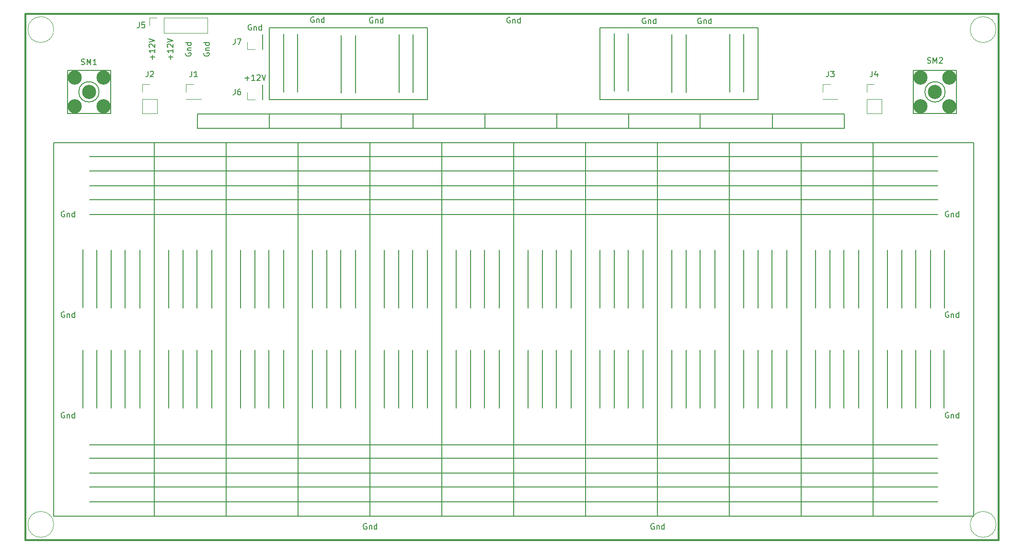
<source format=gbr>
%TF.GenerationSoftware,KiCad,Pcbnew,6.0.11-2627ca5db0~126~ubuntu22.04.1*%
%TF.CreationDate,2023-03-26T13:10:57+01:00*%
%TF.ProjectId,PROTO2_PCB,50524f54-4f32-45f5-9043-422e6b696361,rev?*%
%TF.SameCoordinates,Original*%
%TF.FileFunction,Legend,Top*%
%TF.FilePolarity,Positive*%
%FSLAX46Y46*%
G04 Gerber Fmt 4.6, Leading zero omitted, Abs format (unit mm)*
G04 Created by KiCad (PCBNEW 6.0.11-2627ca5db0~126~ubuntu22.04.1) date 2023-03-26 13:10:57*
%MOMM*%
%LPD*%
G01*
G04 APERTURE LIST*
%ADD10C,0.150000*%
%ADD11C,0.300000*%
%ADD12C,0.120000*%
%ADD13C,2.500000*%
G04 APERTURE END LIST*
D10*
X110500000Y-114200000D02*
X110500000Y-124400000D01*
X113000000Y-114200000D02*
X113000000Y-124400000D01*
X181600000Y-96500000D02*
X181600000Y-106700000D01*
X77400000Y-96500000D02*
X77400000Y-106700000D01*
X71100000Y-141000000D02*
X221000000Y-141000000D01*
X214600000Y-96500000D02*
X214600000Y-106700000D01*
X148600000Y-114200000D02*
X148600000Y-124400000D01*
X133350000Y-77470000D02*
X146050000Y-77470000D01*
X146050000Y-77470000D02*
X146050000Y-143510000D01*
X146050000Y-143510000D02*
X133350000Y-143510000D01*
X133350000Y-143510000D02*
X133350000Y-77470000D01*
X186700000Y-114200000D02*
X186700000Y-124400000D01*
X118100000Y-58500000D02*
X118100000Y-68700000D01*
X138400000Y-96500000D02*
X138400000Y-106700000D01*
X71100000Y-87600000D02*
X221000000Y-87600000D01*
X153600000Y-96500000D02*
X153600000Y-106700000D01*
X140900000Y-96500000D02*
X140900000Y-106700000D01*
X90100000Y-96500000D02*
X90100000Y-106700000D01*
X161300000Y-96500000D02*
X161300000Y-106700000D01*
X71100000Y-138400000D02*
X221000000Y-138400000D01*
X74900000Y-96500000D02*
X74900000Y-106700000D01*
X189200000Y-114200000D02*
X189200000Y-124400000D01*
X166300000Y-114200000D02*
X166300000Y-124400000D01*
X207000000Y-96500000D02*
X207000000Y-106700000D01*
X110500000Y-96500000D02*
X110500000Y-106700000D01*
X87600000Y-114200000D02*
X87600000Y-124400000D01*
X174000000Y-96500000D02*
X174000000Y-106700000D01*
X166300000Y-58200000D02*
X166300000Y-68400000D01*
X222200000Y-96500000D02*
X222200000Y-106700000D01*
X163800000Y-96500000D02*
X163800000Y-106700000D01*
X87600000Y-96500000D02*
X87600000Y-106700000D01*
X161300000Y-114200000D02*
X161300000Y-124400000D01*
X97800000Y-114200000D02*
X97800000Y-124400000D01*
X71100000Y-80000000D02*
X221000000Y-80000000D01*
X85100000Y-114200000D02*
X85100000Y-124400000D01*
X69900000Y-96400000D02*
X69900000Y-106600000D01*
X151100000Y-114200000D02*
X151100000Y-124400000D01*
X143500000Y-96500000D02*
X143500000Y-106700000D01*
X71100000Y-90200000D02*
X221000000Y-90200000D01*
X92700000Y-114200000D02*
X92700000Y-124400000D01*
X71100000Y-133300000D02*
X221000000Y-133300000D01*
X69900000Y-114200000D02*
X69900000Y-124400000D01*
X85100000Y-96500000D02*
X85100000Y-106700000D01*
X201900000Y-96500000D02*
X201900000Y-106700000D01*
X212100000Y-96500000D02*
X212100000Y-106700000D01*
X90170000Y-72390000D02*
X204470000Y-72390000D01*
X204470000Y-72390000D02*
X204470000Y-74930000D01*
X204470000Y-74930000D02*
X90170000Y-74930000D01*
X90170000Y-74930000D02*
X90170000Y-72390000D01*
X90100000Y-114200000D02*
X90100000Y-124400000D01*
X146050000Y-77470000D02*
X158750000Y-77470000D01*
X158750000Y-77470000D02*
X158750000Y-143510000D01*
X158750000Y-143510000D02*
X146050000Y-143510000D01*
X146050000Y-143510000D02*
X146050000Y-77470000D01*
X95250000Y-77470000D02*
X107950000Y-77470000D01*
X107950000Y-77470000D02*
X107950000Y-143510000D01*
X107950000Y-143510000D02*
X95250000Y-143510000D01*
X95250000Y-143510000D02*
X95250000Y-77470000D01*
X181600000Y-114200000D02*
X181600000Y-124400000D01*
X102800000Y-114200000D02*
X102800000Y-124400000D01*
X64770000Y-77470000D02*
X82550000Y-77470000D01*
X82550000Y-77470000D02*
X82550000Y-143510000D01*
X82550000Y-143510000D02*
X64770000Y-143510000D01*
X64770000Y-143510000D02*
X64770000Y-77470000D01*
X135900000Y-114200000D02*
X135900000Y-124400000D01*
X176500000Y-58400000D02*
X176500000Y-68600000D01*
X153600000Y-114200000D02*
X153600000Y-124400000D01*
X143500000Y-114200000D02*
X143500000Y-124400000D01*
X219700000Y-114200000D02*
X219700000Y-124400000D01*
X72400000Y-96500000D02*
X72400000Y-106700000D01*
X176500000Y-96500000D02*
X176500000Y-106700000D01*
X100300000Y-96500000D02*
X100300000Y-106700000D01*
X196850000Y-77470000D02*
X209550000Y-77470000D01*
X209550000Y-77470000D02*
X209550000Y-143510000D01*
X209550000Y-143510000D02*
X196850000Y-143510000D01*
X196850000Y-143510000D02*
X196850000Y-77470000D01*
X82550000Y-77470000D02*
X95250000Y-77470000D01*
X95250000Y-77470000D02*
X95250000Y-143510000D01*
X95250000Y-143510000D02*
X82550000Y-143510000D01*
X82550000Y-143510000D02*
X82550000Y-77470000D01*
X207000000Y-114200000D02*
X207000000Y-124400000D01*
X105400000Y-58300000D02*
X105400000Y-68500000D01*
X179000000Y-114200000D02*
X179000000Y-124400000D01*
X191700000Y-114200000D02*
X191700000Y-124400000D01*
X125700000Y-114200000D02*
X125700000Y-124400000D01*
X184150000Y-77470000D02*
X196850000Y-77470000D01*
X196850000Y-77470000D02*
X196850000Y-143510000D01*
X196850000Y-143510000D02*
X184150000Y-143510000D01*
X184150000Y-143510000D02*
X184150000Y-77470000D01*
X191800000Y-72450000D02*
X191800000Y-74950000D01*
X174000000Y-114200000D02*
X174000000Y-124400000D01*
X102870000Y-57150000D02*
X130810000Y-57150000D01*
X130810000Y-57150000D02*
X130810000Y-69850000D01*
X130810000Y-69850000D02*
X102870000Y-69850000D01*
X102870000Y-69850000D02*
X102870000Y-57150000D01*
X204400000Y-96500000D02*
X204400000Y-106700000D01*
X74900000Y-114200000D02*
X74900000Y-124400000D01*
X128300000Y-72450000D02*
X128300000Y-74950000D01*
X161290000Y-57150000D02*
X189230000Y-57150000D01*
X189230000Y-57150000D02*
X189230000Y-69850000D01*
X189230000Y-69850000D02*
X161290000Y-69850000D01*
X161290000Y-69850000D02*
X161290000Y-57150000D01*
X153700000Y-72450000D02*
X153700000Y-74950000D01*
X217100000Y-96500000D02*
X217100000Y-106700000D01*
X163800000Y-114200000D02*
X163800000Y-124400000D01*
X222100000Y-114200000D02*
X222100000Y-124400000D01*
X174000000Y-58400000D02*
X174000000Y-68600000D01*
X115600000Y-58500000D02*
X115600000Y-68700000D01*
X72400000Y-114200000D02*
X72400000Y-124400000D01*
X100300000Y-114200000D02*
X100300000Y-124400000D01*
X168900000Y-96500000D02*
X168900000Y-106700000D01*
X176500000Y-114200000D02*
X176500000Y-124400000D01*
X194300000Y-114200000D02*
X194300000Y-124400000D01*
X204400000Y-114200000D02*
X204400000Y-124400000D01*
X186700000Y-58300000D02*
X186700000Y-68500000D01*
X80000000Y-96500000D02*
X80000000Y-106700000D01*
X151100000Y-96500000D02*
X151100000Y-106700000D01*
X199400000Y-114200000D02*
X199400000Y-124400000D01*
X156200000Y-96500000D02*
X156200000Y-106700000D01*
X107900000Y-58300000D02*
X107900000Y-68500000D01*
X217100000Y-114200000D02*
X217100000Y-124400000D01*
X166300000Y-96500000D02*
X166300000Y-106700000D01*
X125700000Y-96500000D02*
X125700000Y-106700000D01*
X219700000Y-96500000D02*
X219700000Y-106700000D01*
X105400000Y-96500000D02*
X105400000Y-106700000D01*
X118100000Y-114200000D02*
X118100000Y-124400000D01*
X118100000Y-96500000D02*
X118100000Y-106700000D01*
X214600000Y-114200000D02*
X214600000Y-124400000D01*
X71100000Y-130900000D02*
X221000000Y-130900000D01*
X123200000Y-96500000D02*
X123200000Y-106700000D01*
X184200000Y-58300000D02*
X184200000Y-68500000D01*
X107950000Y-77470000D02*
X120650000Y-77470000D01*
X120650000Y-77470000D02*
X120650000Y-143510000D01*
X120650000Y-143510000D02*
X107950000Y-143510000D01*
X107950000Y-143510000D02*
X107950000Y-77470000D01*
X158750000Y-77470000D02*
X171450000Y-77470000D01*
X171450000Y-77470000D02*
X171450000Y-143510000D01*
X171450000Y-143510000D02*
X158750000Y-143510000D01*
X158750000Y-143510000D02*
X158750000Y-77470000D01*
X156200000Y-114200000D02*
X156200000Y-124400000D01*
X102900000Y-72400000D02*
X102900000Y-74900000D01*
X77400000Y-114200000D02*
X77400000Y-124400000D01*
X115600000Y-72450000D02*
X115600000Y-74950000D01*
X80000000Y-114200000D02*
X80000000Y-124400000D01*
X113000000Y-96500000D02*
X113000000Y-106700000D01*
X102800000Y-96500000D02*
X102800000Y-106700000D01*
X212100000Y-114200000D02*
X212100000Y-124400000D01*
X135900000Y-96500000D02*
X135900000Y-106700000D01*
X140900000Y-114200000D02*
X140900000Y-124400000D01*
X128300000Y-58400000D02*
X128300000Y-68600000D01*
X186700000Y-96500000D02*
X186700000Y-106700000D01*
X128200000Y-96500000D02*
X128200000Y-106700000D01*
D11*
X59750000Y-54750000D02*
X231750000Y-54750000D01*
X231750000Y-54750000D02*
X231750000Y-147750000D01*
X231750000Y-147750000D02*
X59750000Y-147750000D01*
X59750000Y-147750000D02*
X59750000Y-54750000D01*
D10*
X191700000Y-96500000D02*
X191700000Y-106700000D01*
X189200000Y-96500000D02*
X189200000Y-106700000D01*
X166400000Y-72450000D02*
X166400000Y-74950000D01*
X115500000Y-114200000D02*
X115500000Y-124400000D01*
X194300000Y-96500000D02*
X194300000Y-106700000D01*
X209550000Y-77470000D02*
X227330000Y-77470000D01*
X227330000Y-77470000D02*
X227330000Y-143510000D01*
X227330000Y-143510000D02*
X209550000Y-143510000D01*
X209550000Y-143510000D02*
X209550000Y-77470000D01*
X105400000Y-114200000D02*
X105400000Y-124400000D01*
X168900000Y-114200000D02*
X168900000Y-124400000D01*
X115500000Y-96500000D02*
X115500000Y-106700000D01*
X71100000Y-135900000D02*
X221000000Y-135900000D01*
X123200000Y-114200000D02*
X123200000Y-124400000D01*
X71100000Y-82500000D02*
X221000000Y-82500000D01*
X148600000Y-96500000D02*
X148600000Y-106700000D01*
X92700000Y-96500000D02*
X92700000Y-106700000D01*
X171450000Y-77470000D02*
X184150000Y-77470000D01*
X184150000Y-77470000D02*
X184150000Y-143510000D01*
X184150000Y-143510000D02*
X171450000Y-143510000D01*
X171450000Y-143510000D02*
X171450000Y-77470000D01*
X125800000Y-58400000D02*
X125800000Y-68600000D01*
X130800000Y-96500000D02*
X130800000Y-106700000D01*
X138400000Y-114200000D02*
X138400000Y-124400000D01*
X179000000Y-96500000D02*
X179000000Y-106700000D01*
X141000000Y-72450000D02*
X141000000Y-74950000D01*
X120650000Y-77470000D02*
X133350000Y-77470000D01*
X133350000Y-77470000D02*
X133350000Y-143510000D01*
X133350000Y-143510000D02*
X120650000Y-143510000D01*
X120650000Y-143510000D02*
X120650000Y-77470000D01*
X130800000Y-114200000D02*
X130800000Y-124400000D01*
X128200000Y-114200000D02*
X128200000Y-124400000D01*
X179000000Y-72450000D02*
X179000000Y-74950000D01*
X71100000Y-85100000D02*
X221000000Y-85100000D01*
X97800000Y-96500000D02*
X97800000Y-106700000D01*
X201900000Y-114200000D02*
X201900000Y-124400000D01*
X163800000Y-58200000D02*
X163800000Y-68400000D01*
X199400000Y-96500000D02*
X199400000Y-106700000D01*
X169357142Y-55500000D02*
X169261904Y-55452380D01*
X169119047Y-55452380D01*
X168976190Y-55500000D01*
X168880952Y-55595238D01*
X168833333Y-55690476D01*
X168785714Y-55880952D01*
X168785714Y-56023809D01*
X168833333Y-56214285D01*
X168880952Y-56309523D01*
X168976190Y-56404761D01*
X169119047Y-56452380D01*
X169214285Y-56452380D01*
X169357142Y-56404761D01*
X169404761Y-56357142D01*
X169404761Y-56023809D01*
X169214285Y-56023809D01*
X169833333Y-55785714D02*
X169833333Y-56452380D01*
X169833333Y-55880952D02*
X169880952Y-55833333D01*
X169976190Y-55785714D01*
X170119047Y-55785714D01*
X170214285Y-55833333D01*
X170261904Y-55928571D01*
X170261904Y-56452380D01*
X171166666Y-56452380D02*
X171166666Y-55452380D01*
X171166666Y-56404761D02*
X171071428Y-56452380D01*
X170880952Y-56452380D01*
X170785714Y-56404761D01*
X170738095Y-56357142D01*
X170690476Y-56261904D01*
X170690476Y-55976190D01*
X170738095Y-55880952D01*
X170785714Y-55833333D01*
X170880952Y-55785714D01*
X171071428Y-55785714D01*
X171166666Y-55833333D01*
X110757142Y-55300000D02*
X110661904Y-55252380D01*
X110519047Y-55252380D01*
X110376190Y-55300000D01*
X110280952Y-55395238D01*
X110233333Y-55490476D01*
X110185714Y-55680952D01*
X110185714Y-55823809D01*
X110233333Y-56014285D01*
X110280952Y-56109523D01*
X110376190Y-56204761D01*
X110519047Y-56252380D01*
X110614285Y-56252380D01*
X110757142Y-56204761D01*
X110804761Y-56157142D01*
X110804761Y-55823809D01*
X110614285Y-55823809D01*
X111233333Y-55585714D02*
X111233333Y-56252380D01*
X111233333Y-55680952D02*
X111280952Y-55633333D01*
X111376190Y-55585714D01*
X111519047Y-55585714D01*
X111614285Y-55633333D01*
X111661904Y-55728571D01*
X111661904Y-56252380D01*
X112566666Y-56252380D02*
X112566666Y-55252380D01*
X112566666Y-56204761D02*
X112471428Y-56252380D01*
X112280952Y-56252380D01*
X112185714Y-56204761D01*
X112138095Y-56157142D01*
X112090476Y-56061904D01*
X112090476Y-55776190D01*
X112138095Y-55680952D01*
X112185714Y-55633333D01*
X112280952Y-55585714D01*
X112471428Y-55585714D01*
X112566666Y-55633333D01*
X82241428Y-62761904D02*
X82241428Y-62000000D01*
X82622380Y-62380952D02*
X81860476Y-62380952D01*
X82622380Y-61000000D02*
X82622380Y-61571428D01*
X82622380Y-61285714D02*
X81622380Y-61285714D01*
X81765238Y-61380952D01*
X81860476Y-61476190D01*
X81908095Y-61571428D01*
X81717619Y-60619047D02*
X81670000Y-60571428D01*
X81622380Y-60476190D01*
X81622380Y-60238095D01*
X81670000Y-60142857D01*
X81717619Y-60095238D01*
X81812857Y-60047619D01*
X81908095Y-60047619D01*
X82050952Y-60095238D01*
X82622380Y-60666666D01*
X82622380Y-60047619D01*
X81622380Y-59761904D02*
X82622380Y-59428571D01*
X81622380Y-59095238D01*
X85461428Y-62761904D02*
X85461428Y-62000000D01*
X85842380Y-62380952D02*
X85080476Y-62380952D01*
X85842380Y-61000000D02*
X85842380Y-61571428D01*
X85842380Y-61285714D02*
X84842380Y-61285714D01*
X84985238Y-61380952D01*
X85080476Y-61476190D01*
X85128095Y-61571428D01*
X84937619Y-60619047D02*
X84890000Y-60571428D01*
X84842380Y-60476190D01*
X84842380Y-60238095D01*
X84890000Y-60142857D01*
X84937619Y-60095238D01*
X85032857Y-60047619D01*
X85128095Y-60047619D01*
X85270952Y-60095238D01*
X85842380Y-60666666D01*
X85842380Y-60047619D01*
X84842380Y-59761904D02*
X85842380Y-59428571D01*
X84842380Y-59095238D01*
X88110000Y-61642857D02*
X88062380Y-61738095D01*
X88062380Y-61880952D01*
X88110000Y-62023809D01*
X88205238Y-62119047D01*
X88300476Y-62166666D01*
X88490952Y-62214285D01*
X88633809Y-62214285D01*
X88824285Y-62166666D01*
X88919523Y-62119047D01*
X89014761Y-62023809D01*
X89062380Y-61880952D01*
X89062380Y-61785714D01*
X89014761Y-61642857D01*
X88967142Y-61595238D01*
X88633809Y-61595238D01*
X88633809Y-61785714D01*
X88395714Y-61166666D02*
X89062380Y-61166666D01*
X88490952Y-61166666D02*
X88443333Y-61119047D01*
X88395714Y-61023809D01*
X88395714Y-60880952D01*
X88443333Y-60785714D01*
X88538571Y-60738095D01*
X89062380Y-60738095D01*
X89062380Y-59833333D02*
X88062380Y-59833333D01*
X89014761Y-59833333D02*
X89062380Y-59928571D01*
X89062380Y-60119047D01*
X89014761Y-60214285D01*
X88967142Y-60261904D01*
X88871904Y-60309523D01*
X88586190Y-60309523D01*
X88490952Y-60261904D01*
X88443333Y-60214285D01*
X88395714Y-60119047D01*
X88395714Y-59928571D01*
X88443333Y-59833333D01*
X91330000Y-61642857D02*
X91282380Y-61738095D01*
X91282380Y-61880952D01*
X91330000Y-62023809D01*
X91425238Y-62119047D01*
X91520476Y-62166666D01*
X91710952Y-62214285D01*
X91853809Y-62214285D01*
X92044285Y-62166666D01*
X92139523Y-62119047D01*
X92234761Y-62023809D01*
X92282380Y-61880952D01*
X92282380Y-61785714D01*
X92234761Y-61642857D01*
X92187142Y-61595238D01*
X91853809Y-61595238D01*
X91853809Y-61785714D01*
X91615714Y-61166666D02*
X92282380Y-61166666D01*
X91710952Y-61166666D02*
X91663333Y-61119047D01*
X91615714Y-61023809D01*
X91615714Y-60880952D01*
X91663333Y-60785714D01*
X91758571Y-60738095D01*
X92282380Y-60738095D01*
X92282380Y-59833333D02*
X91282380Y-59833333D01*
X92234761Y-59833333D02*
X92282380Y-59928571D01*
X92282380Y-60119047D01*
X92234761Y-60214285D01*
X92187142Y-60261904D01*
X92091904Y-60309523D01*
X91806190Y-60309523D01*
X91710952Y-60261904D01*
X91663333Y-60214285D01*
X91615714Y-60119047D01*
X91615714Y-59928571D01*
X91663333Y-59833333D01*
X99687142Y-56650000D02*
X99591904Y-56602380D01*
X99449047Y-56602380D01*
X99306190Y-56650000D01*
X99210952Y-56745238D01*
X99163333Y-56840476D01*
X99115714Y-57030952D01*
X99115714Y-57173809D01*
X99163333Y-57364285D01*
X99210952Y-57459523D01*
X99306190Y-57554761D01*
X99449047Y-57602380D01*
X99544285Y-57602380D01*
X99687142Y-57554761D01*
X99734761Y-57507142D01*
X99734761Y-57173809D01*
X99544285Y-57173809D01*
X100163333Y-56935714D02*
X100163333Y-57602380D01*
X100163333Y-57030952D02*
X100210952Y-56983333D01*
X100306190Y-56935714D01*
X100449047Y-56935714D01*
X100544285Y-56983333D01*
X100591904Y-57078571D01*
X100591904Y-57602380D01*
X101496666Y-57602380D02*
X101496666Y-56602380D01*
X101496666Y-57554761D02*
X101401428Y-57602380D01*
X101210952Y-57602380D01*
X101115714Y-57554761D01*
X101068095Y-57507142D01*
X101020476Y-57411904D01*
X101020476Y-57126190D01*
X101068095Y-57030952D01*
X101115714Y-56983333D01*
X101210952Y-56935714D01*
X101401428Y-56935714D01*
X101496666Y-56983333D01*
X222877142Y-125230000D02*
X222781904Y-125182380D01*
X222639047Y-125182380D01*
X222496190Y-125230000D01*
X222400952Y-125325238D01*
X222353333Y-125420476D01*
X222305714Y-125610952D01*
X222305714Y-125753809D01*
X222353333Y-125944285D01*
X222400952Y-126039523D01*
X222496190Y-126134761D01*
X222639047Y-126182380D01*
X222734285Y-126182380D01*
X222877142Y-126134761D01*
X222924761Y-126087142D01*
X222924761Y-125753809D01*
X222734285Y-125753809D01*
X223353333Y-125515714D02*
X223353333Y-126182380D01*
X223353333Y-125610952D02*
X223400952Y-125563333D01*
X223496190Y-125515714D01*
X223639047Y-125515714D01*
X223734285Y-125563333D01*
X223781904Y-125658571D01*
X223781904Y-126182380D01*
X224686666Y-126182380D02*
X224686666Y-125182380D01*
X224686666Y-126134761D02*
X224591428Y-126182380D01*
X224400952Y-126182380D01*
X224305714Y-126134761D01*
X224258095Y-126087142D01*
X224210476Y-125991904D01*
X224210476Y-125706190D01*
X224258095Y-125610952D01*
X224305714Y-125563333D01*
X224400952Y-125515714D01*
X224591428Y-125515714D01*
X224686666Y-125563333D01*
X121157142Y-55400000D02*
X121061904Y-55352380D01*
X120919047Y-55352380D01*
X120776190Y-55400000D01*
X120680952Y-55495238D01*
X120633333Y-55590476D01*
X120585714Y-55780952D01*
X120585714Y-55923809D01*
X120633333Y-56114285D01*
X120680952Y-56209523D01*
X120776190Y-56304761D01*
X120919047Y-56352380D01*
X121014285Y-56352380D01*
X121157142Y-56304761D01*
X121204761Y-56257142D01*
X121204761Y-55923809D01*
X121014285Y-55923809D01*
X121633333Y-55685714D02*
X121633333Y-56352380D01*
X121633333Y-55780952D02*
X121680952Y-55733333D01*
X121776190Y-55685714D01*
X121919047Y-55685714D01*
X122014285Y-55733333D01*
X122061904Y-55828571D01*
X122061904Y-56352380D01*
X122966666Y-56352380D02*
X122966666Y-55352380D01*
X122966666Y-56304761D02*
X122871428Y-56352380D01*
X122680952Y-56352380D01*
X122585714Y-56304761D01*
X122538095Y-56257142D01*
X122490476Y-56161904D01*
X122490476Y-55876190D01*
X122538095Y-55780952D01*
X122585714Y-55733333D01*
X122680952Y-55685714D01*
X122871428Y-55685714D01*
X122966666Y-55733333D01*
X66667142Y-125230000D02*
X66571904Y-125182380D01*
X66429047Y-125182380D01*
X66286190Y-125230000D01*
X66190952Y-125325238D01*
X66143333Y-125420476D01*
X66095714Y-125610952D01*
X66095714Y-125753809D01*
X66143333Y-125944285D01*
X66190952Y-126039523D01*
X66286190Y-126134761D01*
X66429047Y-126182380D01*
X66524285Y-126182380D01*
X66667142Y-126134761D01*
X66714761Y-126087142D01*
X66714761Y-125753809D01*
X66524285Y-125753809D01*
X67143333Y-125515714D02*
X67143333Y-126182380D01*
X67143333Y-125610952D02*
X67190952Y-125563333D01*
X67286190Y-125515714D01*
X67429047Y-125515714D01*
X67524285Y-125563333D01*
X67571904Y-125658571D01*
X67571904Y-126182380D01*
X68476666Y-126182380D02*
X68476666Y-125182380D01*
X68476666Y-126134761D02*
X68381428Y-126182380D01*
X68190952Y-126182380D01*
X68095714Y-126134761D01*
X68048095Y-126087142D01*
X68000476Y-125991904D01*
X68000476Y-125706190D01*
X68048095Y-125610952D01*
X68095714Y-125563333D01*
X68190952Y-125515714D01*
X68381428Y-125515714D01*
X68476666Y-125563333D01*
X66667142Y-107450000D02*
X66571904Y-107402380D01*
X66429047Y-107402380D01*
X66286190Y-107450000D01*
X66190952Y-107545238D01*
X66143333Y-107640476D01*
X66095714Y-107830952D01*
X66095714Y-107973809D01*
X66143333Y-108164285D01*
X66190952Y-108259523D01*
X66286190Y-108354761D01*
X66429047Y-108402380D01*
X66524285Y-108402380D01*
X66667142Y-108354761D01*
X66714761Y-108307142D01*
X66714761Y-107973809D01*
X66524285Y-107973809D01*
X67143333Y-107735714D02*
X67143333Y-108402380D01*
X67143333Y-107830952D02*
X67190952Y-107783333D01*
X67286190Y-107735714D01*
X67429047Y-107735714D01*
X67524285Y-107783333D01*
X67571904Y-107878571D01*
X67571904Y-108402380D01*
X68476666Y-108402380D02*
X68476666Y-107402380D01*
X68476666Y-108354761D02*
X68381428Y-108402380D01*
X68190952Y-108402380D01*
X68095714Y-108354761D01*
X68048095Y-108307142D01*
X68000476Y-108211904D01*
X68000476Y-107926190D01*
X68048095Y-107830952D01*
X68095714Y-107783333D01*
X68190952Y-107735714D01*
X68381428Y-107735714D01*
X68476666Y-107783333D01*
X66667142Y-89670000D02*
X66571904Y-89622380D01*
X66429047Y-89622380D01*
X66286190Y-89670000D01*
X66190952Y-89765238D01*
X66143333Y-89860476D01*
X66095714Y-90050952D01*
X66095714Y-90193809D01*
X66143333Y-90384285D01*
X66190952Y-90479523D01*
X66286190Y-90574761D01*
X66429047Y-90622380D01*
X66524285Y-90622380D01*
X66667142Y-90574761D01*
X66714761Y-90527142D01*
X66714761Y-90193809D01*
X66524285Y-90193809D01*
X67143333Y-89955714D02*
X67143333Y-90622380D01*
X67143333Y-90050952D02*
X67190952Y-90003333D01*
X67286190Y-89955714D01*
X67429047Y-89955714D01*
X67524285Y-90003333D01*
X67571904Y-90098571D01*
X67571904Y-90622380D01*
X68476666Y-90622380D02*
X68476666Y-89622380D01*
X68476666Y-90574761D02*
X68381428Y-90622380D01*
X68190952Y-90622380D01*
X68095714Y-90574761D01*
X68048095Y-90527142D01*
X68000476Y-90431904D01*
X68000476Y-90146190D01*
X68048095Y-90050952D01*
X68095714Y-90003333D01*
X68190952Y-89955714D01*
X68381428Y-89955714D01*
X68476666Y-90003333D01*
X98568095Y-66111428D02*
X99330000Y-66111428D01*
X98949047Y-66492380D02*
X98949047Y-65730476D01*
X100330000Y-66492380D02*
X99758571Y-66492380D01*
X100044285Y-66492380D02*
X100044285Y-65492380D01*
X99949047Y-65635238D01*
X99853809Y-65730476D01*
X99758571Y-65778095D01*
X100710952Y-65587619D02*
X100758571Y-65540000D01*
X100853809Y-65492380D01*
X101091904Y-65492380D01*
X101187142Y-65540000D01*
X101234761Y-65587619D01*
X101282380Y-65682857D01*
X101282380Y-65778095D01*
X101234761Y-65920952D01*
X100663333Y-66492380D01*
X101282380Y-66492380D01*
X101568095Y-65492380D02*
X101901428Y-66492380D01*
X102234761Y-65492380D01*
X222877142Y-89670000D02*
X222781904Y-89622380D01*
X222639047Y-89622380D01*
X222496190Y-89670000D01*
X222400952Y-89765238D01*
X222353333Y-89860476D01*
X222305714Y-90050952D01*
X222305714Y-90193809D01*
X222353333Y-90384285D01*
X222400952Y-90479523D01*
X222496190Y-90574761D01*
X222639047Y-90622380D01*
X222734285Y-90622380D01*
X222877142Y-90574761D01*
X222924761Y-90527142D01*
X222924761Y-90193809D01*
X222734285Y-90193809D01*
X223353333Y-89955714D02*
X223353333Y-90622380D01*
X223353333Y-90050952D02*
X223400952Y-90003333D01*
X223496190Y-89955714D01*
X223639047Y-89955714D01*
X223734285Y-90003333D01*
X223781904Y-90098571D01*
X223781904Y-90622380D01*
X224686666Y-90622380D02*
X224686666Y-89622380D01*
X224686666Y-90574761D02*
X224591428Y-90622380D01*
X224400952Y-90622380D01*
X224305714Y-90574761D01*
X224258095Y-90527142D01*
X224210476Y-90431904D01*
X224210476Y-90146190D01*
X224258095Y-90050952D01*
X224305714Y-90003333D01*
X224400952Y-89955714D01*
X224591428Y-89955714D01*
X224686666Y-90003333D01*
X170857142Y-144900000D02*
X170761904Y-144852380D01*
X170619047Y-144852380D01*
X170476190Y-144900000D01*
X170380952Y-144995238D01*
X170333333Y-145090476D01*
X170285714Y-145280952D01*
X170285714Y-145423809D01*
X170333333Y-145614285D01*
X170380952Y-145709523D01*
X170476190Y-145804761D01*
X170619047Y-145852380D01*
X170714285Y-145852380D01*
X170857142Y-145804761D01*
X170904761Y-145757142D01*
X170904761Y-145423809D01*
X170714285Y-145423809D01*
X171333333Y-145185714D02*
X171333333Y-145852380D01*
X171333333Y-145280952D02*
X171380952Y-145233333D01*
X171476190Y-145185714D01*
X171619047Y-145185714D01*
X171714285Y-145233333D01*
X171761904Y-145328571D01*
X171761904Y-145852380D01*
X172666666Y-145852380D02*
X172666666Y-144852380D01*
X172666666Y-145804761D02*
X172571428Y-145852380D01*
X172380952Y-145852380D01*
X172285714Y-145804761D01*
X172238095Y-145757142D01*
X172190476Y-145661904D01*
X172190476Y-145376190D01*
X172238095Y-145280952D01*
X172285714Y-145233333D01*
X172380952Y-145185714D01*
X172571428Y-145185714D01*
X172666666Y-145233333D01*
X120057142Y-144900000D02*
X119961904Y-144852380D01*
X119819047Y-144852380D01*
X119676190Y-144900000D01*
X119580952Y-144995238D01*
X119533333Y-145090476D01*
X119485714Y-145280952D01*
X119485714Y-145423809D01*
X119533333Y-145614285D01*
X119580952Y-145709523D01*
X119676190Y-145804761D01*
X119819047Y-145852380D01*
X119914285Y-145852380D01*
X120057142Y-145804761D01*
X120104761Y-145757142D01*
X120104761Y-145423809D01*
X119914285Y-145423809D01*
X120533333Y-145185714D02*
X120533333Y-145852380D01*
X120533333Y-145280952D02*
X120580952Y-145233333D01*
X120676190Y-145185714D01*
X120819047Y-145185714D01*
X120914285Y-145233333D01*
X120961904Y-145328571D01*
X120961904Y-145852380D01*
X121866666Y-145852380D02*
X121866666Y-144852380D01*
X121866666Y-145804761D02*
X121771428Y-145852380D01*
X121580952Y-145852380D01*
X121485714Y-145804761D01*
X121438095Y-145757142D01*
X121390476Y-145661904D01*
X121390476Y-145376190D01*
X121438095Y-145280952D01*
X121485714Y-145233333D01*
X121580952Y-145185714D01*
X121771428Y-145185714D01*
X121866666Y-145233333D01*
X222877142Y-107450000D02*
X222781904Y-107402380D01*
X222639047Y-107402380D01*
X222496190Y-107450000D01*
X222400952Y-107545238D01*
X222353333Y-107640476D01*
X222305714Y-107830952D01*
X222305714Y-107973809D01*
X222353333Y-108164285D01*
X222400952Y-108259523D01*
X222496190Y-108354761D01*
X222639047Y-108402380D01*
X222734285Y-108402380D01*
X222877142Y-108354761D01*
X222924761Y-108307142D01*
X222924761Y-107973809D01*
X222734285Y-107973809D01*
X223353333Y-107735714D02*
X223353333Y-108402380D01*
X223353333Y-107830952D02*
X223400952Y-107783333D01*
X223496190Y-107735714D01*
X223639047Y-107735714D01*
X223734285Y-107783333D01*
X223781904Y-107878571D01*
X223781904Y-108402380D01*
X224686666Y-108402380D02*
X224686666Y-107402380D01*
X224686666Y-108354761D02*
X224591428Y-108402380D01*
X224400952Y-108402380D01*
X224305714Y-108354761D01*
X224258095Y-108307142D01*
X224210476Y-108211904D01*
X224210476Y-107926190D01*
X224258095Y-107830952D01*
X224305714Y-107783333D01*
X224400952Y-107735714D01*
X224591428Y-107735714D01*
X224686666Y-107783333D01*
X145407142Y-55380000D02*
X145311904Y-55332380D01*
X145169047Y-55332380D01*
X145026190Y-55380000D01*
X144930952Y-55475238D01*
X144883333Y-55570476D01*
X144835714Y-55760952D01*
X144835714Y-55903809D01*
X144883333Y-56094285D01*
X144930952Y-56189523D01*
X145026190Y-56284761D01*
X145169047Y-56332380D01*
X145264285Y-56332380D01*
X145407142Y-56284761D01*
X145454761Y-56237142D01*
X145454761Y-55903809D01*
X145264285Y-55903809D01*
X145883333Y-55665714D02*
X145883333Y-56332380D01*
X145883333Y-55760952D02*
X145930952Y-55713333D01*
X146026190Y-55665714D01*
X146169047Y-55665714D01*
X146264285Y-55713333D01*
X146311904Y-55808571D01*
X146311904Y-56332380D01*
X147216666Y-56332380D02*
X147216666Y-55332380D01*
X147216666Y-56284761D02*
X147121428Y-56332380D01*
X146930952Y-56332380D01*
X146835714Y-56284761D01*
X146788095Y-56237142D01*
X146740476Y-56141904D01*
X146740476Y-55856190D01*
X146788095Y-55760952D01*
X146835714Y-55713333D01*
X146930952Y-55665714D01*
X147121428Y-55665714D01*
X147216666Y-55713333D01*
X179157142Y-55500000D02*
X179061904Y-55452380D01*
X178919047Y-55452380D01*
X178776190Y-55500000D01*
X178680952Y-55595238D01*
X178633333Y-55690476D01*
X178585714Y-55880952D01*
X178585714Y-56023809D01*
X178633333Y-56214285D01*
X178680952Y-56309523D01*
X178776190Y-56404761D01*
X178919047Y-56452380D01*
X179014285Y-56452380D01*
X179157142Y-56404761D01*
X179204761Y-56357142D01*
X179204761Y-56023809D01*
X179014285Y-56023809D01*
X179633333Y-55785714D02*
X179633333Y-56452380D01*
X179633333Y-55880952D02*
X179680952Y-55833333D01*
X179776190Y-55785714D01*
X179919047Y-55785714D01*
X180014285Y-55833333D01*
X180061904Y-55928571D01*
X180061904Y-56452380D01*
X180966666Y-56452380D02*
X180966666Y-55452380D01*
X180966666Y-56404761D02*
X180871428Y-56452380D01*
X180680952Y-56452380D01*
X180585714Y-56404761D01*
X180538095Y-56357142D01*
X180490476Y-56261904D01*
X180490476Y-55976190D01*
X180538095Y-55880952D01*
X180585714Y-55833333D01*
X180680952Y-55785714D01*
X180871428Y-55785714D01*
X180966666Y-55833333D01*
X82241428Y-62761904D02*
X82241428Y-62000000D01*
X82622380Y-62380952D02*
X81860476Y-62380952D01*
X82622380Y-61000000D02*
X82622380Y-61571428D01*
X82622380Y-61285714D02*
X81622380Y-61285714D01*
X81765238Y-61380952D01*
X81860476Y-61476190D01*
X81908095Y-61571428D01*
X81717619Y-60619047D02*
X81670000Y-60571428D01*
X81622380Y-60476190D01*
X81622380Y-60238095D01*
X81670000Y-60142857D01*
X81717619Y-60095238D01*
X81812857Y-60047619D01*
X81908095Y-60047619D01*
X82050952Y-60095238D01*
X82622380Y-60666666D01*
X82622380Y-60047619D01*
X81622380Y-59761904D02*
X82622380Y-59428571D01*
X81622380Y-59095238D01*
X85461428Y-62761904D02*
X85461428Y-62000000D01*
X85842380Y-62380952D02*
X85080476Y-62380952D01*
X85842380Y-61000000D02*
X85842380Y-61571428D01*
X85842380Y-61285714D02*
X84842380Y-61285714D01*
X84985238Y-61380952D01*
X85080476Y-61476190D01*
X85128095Y-61571428D01*
X84937619Y-60619047D02*
X84890000Y-60571428D01*
X84842380Y-60476190D01*
X84842380Y-60238095D01*
X84890000Y-60142857D01*
X84937619Y-60095238D01*
X85032857Y-60047619D01*
X85128095Y-60047619D01*
X85270952Y-60095238D01*
X85842380Y-60666666D01*
X85842380Y-60047619D01*
X84842380Y-59761904D02*
X85842380Y-59428571D01*
X84842380Y-59095238D01*
X88110000Y-61642857D02*
X88062380Y-61738095D01*
X88062380Y-61880952D01*
X88110000Y-62023809D01*
X88205238Y-62119047D01*
X88300476Y-62166666D01*
X88490952Y-62214285D01*
X88633809Y-62214285D01*
X88824285Y-62166666D01*
X88919523Y-62119047D01*
X89014761Y-62023809D01*
X89062380Y-61880952D01*
X89062380Y-61785714D01*
X89014761Y-61642857D01*
X88967142Y-61595238D01*
X88633809Y-61595238D01*
X88633809Y-61785714D01*
X88395714Y-61166666D02*
X89062380Y-61166666D01*
X88490952Y-61166666D02*
X88443333Y-61119047D01*
X88395714Y-61023809D01*
X88395714Y-60880952D01*
X88443333Y-60785714D01*
X88538571Y-60738095D01*
X89062380Y-60738095D01*
X89062380Y-59833333D02*
X88062380Y-59833333D01*
X89014761Y-59833333D02*
X89062380Y-59928571D01*
X89062380Y-60119047D01*
X89014761Y-60214285D01*
X88967142Y-60261904D01*
X88871904Y-60309523D01*
X88586190Y-60309523D01*
X88490952Y-60261904D01*
X88443333Y-60214285D01*
X88395714Y-60119047D01*
X88395714Y-59928571D01*
X88443333Y-59833333D01*
X91330000Y-61642857D02*
X91282380Y-61738095D01*
X91282380Y-61880952D01*
X91330000Y-62023809D01*
X91425238Y-62119047D01*
X91520476Y-62166666D01*
X91710952Y-62214285D01*
X91853809Y-62214285D01*
X92044285Y-62166666D01*
X92139523Y-62119047D01*
X92234761Y-62023809D01*
X92282380Y-61880952D01*
X92282380Y-61785714D01*
X92234761Y-61642857D01*
X92187142Y-61595238D01*
X91853809Y-61595238D01*
X91853809Y-61785714D01*
X91615714Y-61166666D02*
X92282380Y-61166666D01*
X91710952Y-61166666D02*
X91663333Y-61119047D01*
X91615714Y-61023809D01*
X91615714Y-60880952D01*
X91663333Y-60785714D01*
X91758571Y-60738095D01*
X92282380Y-60738095D01*
X92282380Y-59833333D02*
X91282380Y-59833333D01*
X92234761Y-59833333D02*
X92282380Y-59928571D01*
X92282380Y-60119047D01*
X92234761Y-60214285D01*
X92187142Y-60261904D01*
X92091904Y-60309523D01*
X91806190Y-60309523D01*
X91710952Y-60261904D01*
X91663333Y-60214285D01*
X91615714Y-60119047D01*
X91615714Y-59928571D01*
X91663333Y-59833333D01*
%TO.C,J7*%
X96821666Y-59142380D02*
X96821666Y-59856666D01*
X96774047Y-59999523D01*
X96678809Y-60094761D01*
X96535952Y-60142380D01*
X96440714Y-60142380D01*
X97202619Y-59142380D02*
X97869285Y-59142380D01*
X97440714Y-60142380D01*
%TO.C,J2*%
X81416666Y-64857380D02*
X81416666Y-65571666D01*
X81369047Y-65714523D01*
X81273809Y-65809761D01*
X81130952Y-65857380D01*
X81035714Y-65857380D01*
X81845238Y-64952619D02*
X81892857Y-64905000D01*
X81988095Y-64857380D01*
X82226190Y-64857380D01*
X82321428Y-64905000D01*
X82369047Y-64952619D01*
X82416666Y-65047857D01*
X82416666Y-65143095D01*
X82369047Y-65285952D01*
X81797619Y-65857380D01*
X82416666Y-65857380D01*
%TO.C,J6*%
X96821666Y-68032380D02*
X96821666Y-68746666D01*
X96774047Y-68889523D01*
X96678809Y-68984761D01*
X96535952Y-69032380D01*
X96440714Y-69032380D01*
X97726428Y-68032380D02*
X97535952Y-68032380D01*
X97440714Y-68080000D01*
X97393095Y-68127619D01*
X97297857Y-68270476D01*
X97250238Y-68460952D01*
X97250238Y-68841904D01*
X97297857Y-68937142D01*
X97345476Y-68984761D01*
X97440714Y-69032380D01*
X97631190Y-69032380D01*
X97726428Y-68984761D01*
X97774047Y-68937142D01*
X97821666Y-68841904D01*
X97821666Y-68603809D01*
X97774047Y-68508571D01*
X97726428Y-68460952D01*
X97631190Y-68413333D01*
X97440714Y-68413333D01*
X97345476Y-68460952D01*
X97297857Y-68508571D01*
X97250238Y-68603809D01*
%TO.C,SM2*%
X219166666Y-63404761D02*
X219309523Y-63452380D01*
X219547619Y-63452380D01*
X219642857Y-63404761D01*
X219690476Y-63357142D01*
X219738095Y-63261904D01*
X219738095Y-63166666D01*
X219690476Y-63071428D01*
X219642857Y-63023809D01*
X219547619Y-62976190D01*
X219357142Y-62928571D01*
X219261904Y-62880952D01*
X219214285Y-62833333D01*
X219166666Y-62738095D01*
X219166666Y-62642857D01*
X219214285Y-62547619D01*
X219261904Y-62500000D01*
X219357142Y-62452380D01*
X219595238Y-62452380D01*
X219738095Y-62500000D01*
X220166666Y-63452380D02*
X220166666Y-62452380D01*
X220500000Y-63166666D01*
X220833333Y-62452380D01*
X220833333Y-63452380D01*
X221261904Y-62547619D02*
X221309523Y-62500000D01*
X221404761Y-62452380D01*
X221642857Y-62452380D01*
X221738095Y-62500000D01*
X221785714Y-62547619D01*
X221833333Y-62642857D01*
X221833333Y-62738095D01*
X221785714Y-62880952D01*
X221214285Y-63452380D01*
X221833333Y-63452380D01*
%TO.C,J1*%
X89166666Y-64857380D02*
X89166666Y-65571666D01*
X89119047Y-65714523D01*
X89023809Y-65809761D01*
X88880952Y-65857380D01*
X88785714Y-65857380D01*
X90166666Y-65857380D02*
X89595238Y-65857380D01*
X89880952Y-65857380D02*
X89880952Y-64857380D01*
X89785714Y-65000238D01*
X89690476Y-65095476D01*
X89595238Y-65143095D01*
%TO.C,SM1*%
X69666666Y-63654761D02*
X69809523Y-63702380D01*
X70047619Y-63702380D01*
X70142857Y-63654761D01*
X70190476Y-63607142D01*
X70238095Y-63511904D01*
X70238095Y-63416666D01*
X70190476Y-63321428D01*
X70142857Y-63273809D01*
X70047619Y-63226190D01*
X69857142Y-63178571D01*
X69761904Y-63130952D01*
X69714285Y-63083333D01*
X69666666Y-62988095D01*
X69666666Y-62892857D01*
X69714285Y-62797619D01*
X69761904Y-62750000D01*
X69857142Y-62702380D01*
X70095238Y-62702380D01*
X70238095Y-62750000D01*
X70666666Y-63702380D02*
X70666666Y-62702380D01*
X71000000Y-63416666D01*
X71333333Y-62702380D01*
X71333333Y-63702380D01*
X72333333Y-63702380D02*
X71761904Y-63702380D01*
X72047619Y-63702380D02*
X72047619Y-62702380D01*
X71952380Y-62845238D01*
X71857142Y-62940476D01*
X71761904Y-62988095D01*
%TO.C,J3*%
X201666666Y-64857380D02*
X201666666Y-65571666D01*
X201619047Y-65714523D01*
X201523809Y-65809761D01*
X201380952Y-65857380D01*
X201285714Y-65857380D01*
X202047619Y-64857380D02*
X202666666Y-64857380D01*
X202333333Y-65238333D01*
X202476190Y-65238333D01*
X202571428Y-65285952D01*
X202619047Y-65333571D01*
X202666666Y-65428809D01*
X202666666Y-65666904D01*
X202619047Y-65762142D01*
X202571428Y-65809761D01*
X202476190Y-65857380D01*
X202190476Y-65857380D01*
X202095238Y-65809761D01*
X202047619Y-65762142D01*
%TO.C,J4*%
X209416666Y-64857380D02*
X209416666Y-65571666D01*
X209369047Y-65714523D01*
X209273809Y-65809761D01*
X209130952Y-65857380D01*
X209035714Y-65857380D01*
X210321428Y-65190714D02*
X210321428Y-65857380D01*
X210083333Y-64809761D02*
X209845238Y-65524047D01*
X210464285Y-65524047D01*
%TO.C,J5*%
X79896666Y-56202380D02*
X79896666Y-56916666D01*
X79849047Y-57059523D01*
X79753809Y-57154761D01*
X79610952Y-57202380D01*
X79515714Y-57202380D01*
X80849047Y-56202380D02*
X80372857Y-56202380D01*
X80325238Y-56678571D01*
X80372857Y-56630952D01*
X80468095Y-56583333D01*
X80706190Y-56583333D01*
X80801428Y-56630952D01*
X80849047Y-56678571D01*
X80896666Y-56773809D01*
X80896666Y-57011904D01*
X80849047Y-57107142D01*
X80801428Y-57154761D01*
X80706190Y-57202380D01*
X80468095Y-57202380D01*
X80372857Y-57154761D01*
X80325238Y-57107142D01*
D12*
%TO.C,H3*%
X64786000Y-145000000D02*
G75*
G03*
X64786000Y-145000000I-2286000J0D01*
G01*
%TO.C,J7*%
X101600000Y-61020000D02*
X101660000Y-61020000D01*
X100330000Y-61020000D02*
X99000000Y-61020000D01*
X101600000Y-61020000D02*
X101600000Y-58360000D01*
X101660000Y-61020000D02*
X101660000Y-58360000D01*
X101600000Y-58360000D02*
X101660000Y-58360000D01*
X99000000Y-61020000D02*
X99000000Y-59690000D01*
%TO.C,J2*%
X83080000Y-69770000D02*
X83080000Y-72370000D01*
X80420000Y-69770000D02*
X80420000Y-72370000D01*
X80420000Y-68500000D02*
X80420000Y-67170000D01*
X80420000Y-67170000D02*
X81750000Y-67170000D01*
X80420000Y-72370000D02*
X83080000Y-72370000D01*
X80420000Y-69770000D02*
X83080000Y-69770000D01*
%TO.C,J6*%
X101600000Y-67250000D02*
X101660000Y-67250000D01*
X101600000Y-69910000D02*
X101660000Y-69910000D01*
X100330000Y-69910000D02*
X99000000Y-69910000D01*
X99000000Y-69910000D02*
X99000000Y-68580000D01*
X101660000Y-69910000D02*
X101660000Y-67250000D01*
X101600000Y-69910000D02*
X101600000Y-67250000D01*
D10*
%TO.C,SM2*%
X216690000Y-72320000D02*
X216690000Y-64700000D01*
X224310000Y-64700000D02*
X224310000Y-72320000D01*
X224310000Y-72320000D02*
X216690000Y-72320000D01*
X216690000Y-64700000D02*
X224310000Y-64700000D01*
X222296051Y-68510000D02*
G75*
G03*
X222296051Y-68510000I-1796051J0D01*
G01*
D12*
%TO.C,J1*%
X90830000Y-69770000D02*
X90830000Y-69830000D01*
X88170000Y-69770000D02*
X90830000Y-69770000D01*
X88170000Y-69770000D02*
X88170000Y-69830000D01*
X88170000Y-68500000D02*
X88170000Y-67170000D01*
X88170000Y-69830000D02*
X90830000Y-69830000D01*
X88170000Y-67170000D02*
X89500000Y-67170000D01*
%TO.C,H4*%
X231286000Y-145000000D02*
G75*
G03*
X231286000Y-145000000I-2286000J0D01*
G01*
D10*
%TO.C,SM1*%
X67190000Y-72320000D02*
X67190000Y-64700000D01*
X67190000Y-64700000D02*
X74810000Y-64700000D01*
X74810000Y-64700000D02*
X74810000Y-72320000D01*
X74810000Y-72320000D02*
X67190000Y-72320000D01*
X72796051Y-68510000D02*
G75*
G03*
X72796051Y-68510000I-1796051J0D01*
G01*
D12*
%TO.C,H2*%
X231286000Y-57500000D02*
G75*
G03*
X231286000Y-57500000I-2286000J0D01*
G01*
%TO.C,J3*%
X200670000Y-69830000D02*
X203330000Y-69830000D01*
X200670000Y-69770000D02*
X203330000Y-69770000D01*
X200670000Y-68500000D02*
X200670000Y-67170000D01*
X200670000Y-69770000D02*
X200670000Y-69830000D01*
X200670000Y-67170000D02*
X202000000Y-67170000D01*
X203330000Y-69770000D02*
X203330000Y-69830000D01*
%TO.C,H1*%
X64786000Y-57500000D02*
G75*
G03*
X64786000Y-57500000I-2286000J0D01*
G01*
%TO.C,J4*%
X208420000Y-72370000D02*
X211080000Y-72370000D01*
X208420000Y-69770000D02*
X208420000Y-72370000D01*
X208420000Y-67170000D02*
X209750000Y-67170000D01*
X208420000Y-68500000D02*
X208420000Y-67170000D01*
X208420000Y-69770000D02*
X211080000Y-69770000D01*
X211080000Y-69770000D02*
X211080000Y-72370000D01*
%TO.C,J5*%
X81670000Y-56750000D02*
X81670000Y-55420000D01*
X84270000Y-58080000D02*
X84270000Y-55420000D01*
X91950000Y-58080000D02*
X91950000Y-55420000D01*
X84270000Y-55420000D02*
X91950000Y-55420000D01*
X84270000Y-58080000D02*
X91950000Y-58080000D01*
X81670000Y-55420000D02*
X83000000Y-55420000D01*
%TD*%
D13*
%TO.C,SM2*%
X220500000Y-68510000D03*
X217960000Y-71050000D03*
X223040000Y-65970000D03*
X217960000Y-65970000D03*
X223040000Y-71050000D03*
%TD*%
%TO.C,SM1*%
X71000000Y-68510000D03*
X68460000Y-65970000D03*
X68460000Y-71050000D03*
X73540000Y-65970000D03*
X73540000Y-71050000D03*
%TD*%
M02*

</source>
